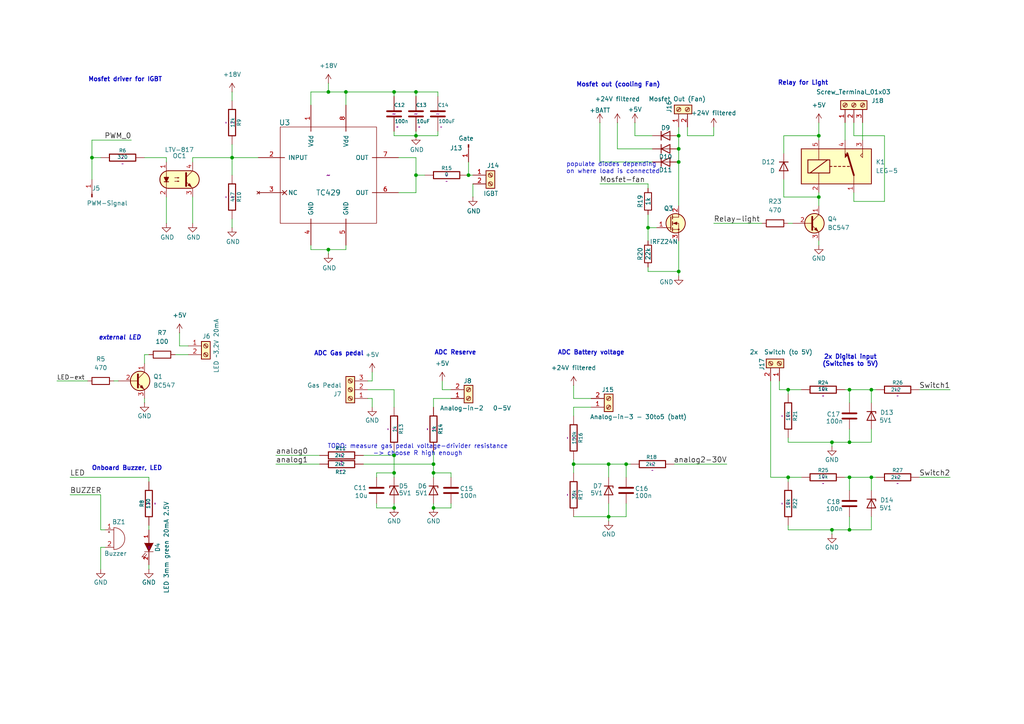
<source format=kicad_sch>
(kicad_sch (version 20231120) (generator "eeschema") (generator_version "8.0")
  (paper "A4")
  (lib_symbols
    (symbol "Connector:Conn_01x01_Pin" (pin_names (offset 1.016) hide)
      (property "Reference" "J" (at 0 2.54 0))
      (property "Value" "Conn_01x01_Pin" (at 0 -2.54 0))
      (symbol "Conn_01x01_Pin_1_1"
        (pin passive line (at 5.08 0 180) (length 3.81) (name "Pin_1") (number "1"))
      )
    )
    (symbol "Connector:Screw_Terminal_01x02" (pin_names (offset 1.016) hide)
      (property "Reference" "J" (at 0 2.54 0))
      (property "Value" "Screw_Terminal_01x02" (at 0 -5.08 0))
      (symbol "Screw_Terminal_01x02_1_1"
        (pin passive line (at -5.08 0 0) (length 3.81) (name "Pin_1") (number "1"))
        (pin passive line (at -5.08 -2.54 0) (length 3.81) (name "Pin_2") (number "2"))
      )
    )
    (symbol "Connector:Screw_Terminal_01x03" (pin_names (offset 1.016) hide)
      (property "Reference" "J" (at 0 5.08 0))
      (property "Value" "Screw_Terminal_01x03" (at 0 -5.08 0))
      (symbol "Screw_Terminal_01x03_1_1"
        (pin passive line (at -5.08 2.54 0) (length 3.81) (name "Pin_1") (number "1"))
        (pin passive line (at -5.08 0 0) (length 3.81) (name "Pin_2") (number "2"))
        (pin passive line (at -5.08 -2.54 0) (length 3.81) (name "Pin_3") (number "3"))
      )
    )
    (symbol "Device:Buzzer" (pin_names (offset 0.0254) hide)
      (property "Reference" "BZ" (at 3.81 1.27 0))
      (property "Value" "Buzzer" (at 3.81 -1.27 0))
      (symbol "Buzzer_1_1"
        (pin passive line (at -2.54 2.54 0) (length 2.54) (name "+") (number "1"))
        (pin passive line (at -2.54 -2.54 0) (length 2.54) (name "-") (number "2"))
      )
    )
    (symbol "Device:C" (pin_numbers hide) (pin_names (offset 0.254))
      (property "Reference" "C" (at 0.635 2.54 0))
      (property "Value" "C" (at 0.635 -2.54 0))
      (symbol "C_1_1"
        (pin passive line (at 0 3.81 270) (length 2.794) (name "~") (number "1"))
        (pin passive line (at 0 -3.81 90) (length 2.794) (name "~") (number "2"))
      )
    )
    (symbol "Device:D" (pin_numbers hide) (pin_names (offset 1.016) hide)
      (property "Reference" "D" (at 0 2.54 0))
      (property "Value" "D" (at 0 -2.54 0))
      (symbol "D_1_1"
        (pin passive line (at -3.81 0 0) (length 2.54) (name "K") (number "1"))
        (pin passive line (at 3.81 0 180) (length 2.54) (name "A") (number "2"))
      )
    )
    (symbol "Device:D_Zener" (pin_numbers hide) (pin_names (offset 1.016) hide)
      (property "Reference" "D" (at 0 2.54 0))
      (property "Value" "D_Zener" (at 0 -2.54 0))
      (symbol "D_Zener_1_1"
        (pin passive line (at -3.81 0 0) (length 2.54) (name "K") (number "1"))
        (pin passive line (at 3.81 0 180) (length 2.54) (name "A") (number "2"))
      )
    )
    (symbol "Device:R" (pin_numbers hide) (pin_names (offset 0))
      (property "Reference" "R" (at 2.032 0 90))
      (property "Value" "R" (at 0 0 90))
      (symbol "R_1_1"
        (pin passive line (at 0 3.81 270) (length 1.27) (name "~") (number "1"))
        (pin passive line (at 0 -3.81 90) (length 1.27) (name "~") (number "2"))
      )
    )
    (symbol "Optocoupler_AKL:LTV-817" (pin_names (offset 1.016))
      (property "Reference" "OC" (at 6.35 1.27 0))
      (property "Value" "LTV-817" (at 6.35 -1.27 0))
      (symbol "LTV-817_1_1"
        (pin passive line (at -3.81 5.08 270) (length 2.54) (name "~") (number "1"))
        (pin passive line (at -3.81 -5.08 90) (length 2.54) (name "~") (number "2"))
        (pin passive line (at 3.81 -5.08 90) (length 2.54) (name "~") (number "3"))
        (pin passive line (at 3.81 5.08 270) (length 2.54) (name "~") (number "4"))
      )
    )
    (symbol "Relay:SANYOU_SRD_Form_C"
      (property "Reference" "K" (at 11.43 3.81 0))
      (property "Value" "SANYOU_SRD_Form_C" (at 11.43 1.27 0))
      (symbol "SANYOU_SRD_Form_C_1_1"
        (pin passive line (at 5.08 -7.62 90) (length 2.54) (name "~") (number "1"))
        (pin passive line (at -5.08 -7.62 90) (length 2.54) (name "~") (number "2"))
        (pin passive line (at 7.62 7.62 270) (length 2.54) (name "~") (number "3"))
        (pin passive line (at 2.54 7.62 270) (length 2.54) (name "~") (number "4"))
        (pin passive line (at -5.08 7.62 270) (length 2.54) (name "~") (number "5"))
      )
    )
    (symbol "Transistor_BJT_AKL:BC547" (pin_names hide)
      (property "Reference" "Q" (at 5.08 1.27 0))
      (property "Value" "BC547" (at 5.08 -1.27 0))
      (symbol "BC547_1_1"
        (pin passive line (at 2.54 5.08 270) (length 2.54) (name "C") (number "1"))
        (pin input line (at -5.08 0 0) (length 5.715) (name "B") (number "2"))
        (pin passive line (at 2.54 -5.08 90) (length 2.54) (name "E") (number "3"))
      )
    )
    (symbol "Transistor_MOSFET_AKL:IRFZ24N" (pin_names hide)
      (property "Reference" "Q" (at 5.08 1.27 0))
      (property "Value" "IRFZ24N" (at 5.08 -1.27 0))
      (symbol "IRFZ24N_1_1"
        (pin input line (at -3.81 -1.27 0) (length 2.54) (name "G") (number "1"))
        (pin passive line (at 2.54 5.08 270) (length 2.54) (name "D") (number "2"))
        (pin passive line (at 2.54 -5.08 90) (length 2.54) (name "S") (number "3"))
      )
    )
    (symbol "control-rescue:LED" (pin_names (offset 1.016) hide)
      (property "Reference" "D" (at 0 2.54 0))
      (property "Value" "LED" (at 0 -2.54 0))
      (symbol "LED_1_1"
        (pin passive line (at -5.08 0 0) (length 3.81) (name "A") (number "1"))
        (pin passive line (at 5.08 0 180) (length 3.81) (name "K") (number "2"))
      )
    )
    (symbol "control-rescue:R" (pin_numbers hide) (pin_names (offset 0))
      (property "Reference" "R" (at 2.032 0 90))
      (property "Value" "R" (at 0.1778 0.0254 90))
      (symbol "R_1_1"
        (pin passive line (at 0 6.35 270) (length 2.54) (name "~") (number "1"))
        (pin passive line (at 0 -6.35 90) (length 2.54) (name "~") (number "2"))
      )
    )
    (symbol "mcp1407:MCP1407" (pin_names (offset 1.016))
      (property "Reference" "U" (at -12.7 15.24 0))
      (property "Value" "MCP1407" (at 0 -5.08 0))
      (symbol "MCP1407_1_1"
        (pin power_in line (at -5.08 20.32 270) (length 7.62) (name "Vdd") (number "1"))
        (pin input line (at -20.32 5.08 0) (length 7.62) (name "INPUT") (number "2"))
        (pin no_connect non_logic (at -20.32 -5.08 0) (length 7.62) (name "NC") (number "3"))
        (pin power_in line (at -5.08 -20.32 90) (length 7.62) (name "GND") (number "4"))
        (pin power_in line (at 5.08 -20.32 90) (length 7.62) (name "GND") (number "5"))
        (pin input line (at 20.32 -5.08 180) (length 7.62) (name "OUT") (number "6"))
        (pin input line (at 20.32 5.08 180) (length 7.62) (name "OUT") (number "7"))
        (pin power_in line (at 5.08 20.32 270) (length 7.62) (name "Vdd") (number "8"))
      )
    )
    (symbol "power:+15V" (power) (pin_numbers hide) (pin_names (offset 0) hide)
      (property "Value" "+15V" (at 0 3.556 0))
      (symbol "+15V_1_1"
        (pin power_in line (at 0 0 90) (length 0) (name "~") (number "1"))
      )
    )
    (symbol "power:+24V" (power) (pin_numbers hide) (pin_names (offset 0) hide)
      (property "Value" "+24V" (at 0 3.556 0))
      (symbol "+24V_1_1"
        (pin power_in line (at 0 0 90) (length 0) (name "~") (number "1"))
      )
    )
    (symbol "power:+5V" (power) (pin_numbers hide) (pin_names (offset 0) hide)
      (property "Value" "+5V" (at 0 3.556 0))
      (symbol "+5V_1_1"
        (pin power_in line (at 0 0 90) (length 0) (name "~") (number "1"))
      )
    )
    (symbol "power:+BATT" (power) (pin_numbers hide) (pin_names (offset 0) hide)
      (property "Value" "+BATT" (at 0 3.556 0))
      (symbol "+BATT_1_1"
        (pin power_in line (at 0 0 90) (length 0) (name "~") (number "1"))
      )
    )
    (symbol "power:GND" (power) (pin_numbers hide) (pin_names (offset 0) hide)
      (property "Value" "GND" (at 0 -3.81 0))
      (symbol "GND_1_1"
        (pin power_in line (at 0 0 270) (length 0) (name "~") (number "1"))
      )
    )
    (symbol "treiber-rescue:C" (pin_numbers hide) (pin_names (offset 0.254))
      (property "Reference" "C" (at 0 2.54 0))
      (property "Value" "C" (at 0.1524 -2.159 0))
      (symbol "C_1_1"
        (pin passive line (at 0 5.08 270) (length 4.318) (name "~") (number "1"))
        (pin passive line (at 0 -5.08 90) (length 4.318) (name "~") (number "2"))
      )
    )
    (symbol "treiber-rescue:R" (pin_numbers hide) (pin_names (offset 0))
      (property "Reference" "R" (at 2.032 0 90))
      (property "Value" "R" (at 0.1778 0.0254 90))
      (symbol "R_1_1"
        (pin passive line (at 0 6.35 270) (length 2.54) (name "~") (number "1"))
        (pin passive line (at 0 -6.35 90) (length 2.54) (name "~") (number "2"))
      )
    )
  )
  (junction (at 26.67 45.72))
  (junction (at 67.31 45.72))
  (junction (at 241.3 153.67))
  (junction (at 176.53 134.62))
  (junction (at 246.38 138.43))
  (junction (at 125.73 137.16))
  (junction (at 95.25 72.39))
  (junction (at 252.73 113.03))
  (junction (at 120.65 50.8))
  (junction (at 228.6 113.03))
  (junction (at 246.38 153.67))
  (junction (at 166.37 134.62))
  (junction (at 95.25 26.67))
  (junction (at 114.3 147.32))
  (junction (at 100.33 26.67))
  (junction (at 196.85 78.74))
  (junction (at 114.3 132.08))
  (junction (at 237.49 57.15))
  (junction (at 228.6 138.43))
  (junction (at 252.73 138.43))
  (junction (at 196.85 46.99))
  (junction (at 237.49 39.37))
  (junction (at 196.85 39.37))
  (junction (at 114.3 137.16))
  (junction (at 196.85 43.18))
  (junction (at 187.96 66.04))
  (junction (at 114.3 26.67))
  (junction (at 125.73 147.32))
  (junction (at 176.53 149.86))
  (junction (at 120.65 26.67))
  (junction (at 120.65 39.37))
  (junction (at 246.38 128.27))
  (junction (at 181.61 134.62))
  (junction (at 125.73 134.62))
  (junction (at 241.3 128.27))
  (junction (at 135.89 50.8))
  (junction (at 246.38 113.03))
  (wire (pts (xy 196.85 78.74) (xy 196.85 80.01)))
  (wire (pts (xy 228.6 153.67) (xy 241.3 153.67)))
  (wire (pts (xy 125.73 130.81) (xy 125.73 134.62)))
  (wire (pts (xy 223.52 138.43) (xy 228.6 138.43)))
  (wire (pts (xy 95.25 72.39) (xy 100.33 72.39)))
  (wire (pts (xy 90.17 71.12) (xy 90.17 72.39)))
  (wire (pts (xy 43.18 138.43) (xy 43.18 139.7)))
  (wire (pts (xy 176.53 149.86) (xy 181.61 149.86)))
  (wire (pts (xy 107.95 107.95) (xy 107.95 110.49)))
  (wire (pts (xy 237.49 35.56) (xy 237.49 39.37)))
  (wire (pts (xy 120.65 55.88) (xy 115.57 55.88)))
  (wire (pts (xy 41.91 115.57) (xy 41.91 116.84)))
  (wire (pts (xy 252.73 116.84) (xy 252.73 113.03)))
  (wire (pts (xy 29.21 158.75) (xy 30.48 158.75)))
  (wire (pts (xy 114.3 38.1) (xy 114.3 39.37)))
  (wire (pts (xy 199.39 39.37) (xy 207.01 39.37)))
  (wire (pts (xy 210.82 134.62) (xy 195.58 134.62)))
  (wire (pts (xy 26.67 40.64) (xy 26.67 45.72)))
  (wire (pts (xy 125.73 137.16) (xy 125.73 138.43)))
  (wire (pts (xy 173.99 46.99) (xy 189.23 46.99)))
  (wire (pts (xy 246.38 113.03) (xy 252.73 113.03)))
  (wire (pts (xy 227.33 52.07) (xy 227.33 57.15)))
  (wire (pts (xy 181.61 146.05) (xy 181.61 149.86)))
  (wire (pts (xy 20.32 143.51) (xy 29.21 143.51)))
  (wire (pts (xy 254 138.43) (xy 252.73 138.43)))
  (wire (pts (xy 228.6 153.67) (xy 228.6 152.4)))
  (wire (pts (xy 254 113.03) (xy 252.73 113.03)))
  (wire (pts (xy 50.8 102.87) (xy 54.61 102.87)))
  (wire (pts (xy 135.89 46.99) (xy 135.89 50.8)))
  (wire (pts (xy 55.88 45.72) (xy 55.88 46.99)))
  (wire (pts (xy 90.17 72.39) (xy 95.25 72.39)))
  (wire (pts (xy 127 38.1) (xy 127 39.37)))
  (wire (pts (xy 109.22 147.32) (xy 114.3 147.32)))
  (wire (pts (xy 95.25 26.67) (xy 100.33 26.67)))
  (wire (pts (xy 114.3 26.67) (xy 120.65 26.67)))
  (wire (pts (xy 52.07 100.33) (xy 52.07 96.52)))
  (wire (pts (xy 114.3 146.05) (xy 114.3 147.32)))
  (wire (pts (xy 179.07 35.56) (xy 179.07 43.18)))
  (wire (pts (xy 95.25 24.13) (xy 95.25 26.67)))
  (wire (pts (xy 43.18 152.4) (xy 43.18 153.67)))
  (wire (pts (xy 41.91 45.72) (xy 48.26 45.72)))
  (wire (pts (xy 109.22 146.05) (xy 109.22 147.32)))
  (wire (pts (xy 246.38 138.43) (xy 252.73 138.43)))
  (wire (pts (xy 105.41 132.08) (xy 114.3 132.08)))
  (wire (pts (xy 137.16 53.34) (xy 137.16 57.15)))
  (wire (pts (xy 266.7 113.03) (xy 275.59 113.03)))
  (wire (pts (xy 29.21 165.1) (xy 29.21 158.75)))
  (wire (pts (xy 67.31 50.8) (xy 67.31 45.72)))
  (wire (pts (xy 107.95 118.11) (xy 107.95 115.57)))
  (wire (pts (xy 114.3 132.08) (xy 114.3 137.16)))
  (wire (pts (xy 176.53 146.05) (xy 176.53 149.86)))
  (wire (pts (xy 128.27 113.03) (xy 130.81 113.03)))
  (wire (pts (xy 252.73 149.86) (xy 252.73 153.67)))
  (wire (pts (xy 246.38 142.24) (xy 246.38 138.43)))
  (wire (pts (xy 125.73 115.57) (xy 125.73 118.11)))
  (wire (pts (xy 106.68 113.03) (xy 114.3 113.03)))
  (wire (pts (xy 16.51 110.49) (xy 25.4 110.49)))
  (wire (pts (xy 237.49 57.15) (xy 237.49 59.69)))
  (wire (pts (xy 252.73 142.24) (xy 252.73 138.43)))
  (wire (pts (xy 227.33 39.37) (xy 237.49 39.37)))
  (wire (pts (xy 114.3 130.81) (xy 114.3 132.08)))
  (wire (pts (xy 228.6 113.03) (xy 228.6 114.3)))
  (wire (pts (xy 26.67 45.72) (xy 29.21 45.72)))
  (wire (pts (xy 228.6 128.27) (xy 228.6 127)))
  (wire (pts (xy 246.38 149.86) (xy 246.38 153.67)))
  (wire (pts (xy 228.6 128.27) (xy 241.3 128.27)))
  (wire (pts (xy 187.96 69.85) (xy 187.96 66.04)))
  (wire (pts (xy 187.96 53.34) (xy 187.96 54.61)))
  (wire (pts (xy 67.31 45.72) (xy 67.31 41.91)))
  (wire (pts (xy 256.54 58.42) (xy 256.54 39.37)))
  (wire (pts (xy 135.89 50.8) (xy 137.16 50.8)))
  (wire (pts (xy 237.49 55.88) (xy 237.49 57.15)))
  (wire (pts (xy 246.38 153.67) (xy 252.73 153.67)))
  (wire (pts (xy 187.96 77.47) (xy 187.96 78.74)))
  (wire (pts (xy 125.73 147.32) (xy 130.81 147.32)))
  (wire (pts (xy 176.53 151.13) (xy 176.53 149.86)))
  (wire (pts (xy 26.67 40.64) (xy 38.1 40.64)))
  (wire (pts (xy 130.81 137.16) (xy 125.73 137.16)))
  (wire (pts (xy 245.11 113.03) (xy 246.38 113.03)))
  (wire (pts (xy 187.96 78.74) (xy 196.85 78.74)))
  (wire (pts (xy 90.17 30.48) (xy 90.17 26.67)))
  (wire (pts (xy 245.11 35.56) (xy 245.11 40.64)))
  (wire (pts (xy 90.17 26.67) (xy 95.25 26.67)))
  (wire (pts (xy 166.37 115.57) (xy 166.37 111.76)))
  (wire (pts (xy 250.19 35.56) (xy 250.19 40.64)))
  (wire (pts (xy 237.49 39.37) (xy 237.49 40.64)))
  (wire (pts (xy 95.25 72.39) (xy 95.25 73.66)))
  (wire (pts (xy 196.85 39.37) (xy 196.85 43.18)))
  (wire (pts (xy 187.96 66.04) (xy 190.5 66.04)))
  (wire (pts (xy 256.54 39.37) (xy 247.65 39.37)))
  (wire (pts (xy 114.3 39.37) (xy 120.65 39.37)))
  (wire (pts (xy 166.37 118.11) (xy 166.37 120.65)))
  (wire (pts (xy 207.01 64.77) (xy 220.98 64.77)))
  (wire (pts (xy 196.85 69.85) (xy 196.85 78.74)))
  (wire (pts (xy 67.31 45.72) (xy 74.93 45.72)))
  (wire (pts (xy 114.3 137.16) (xy 114.3 138.43)))
  (wire (pts (xy 247.65 55.88) (xy 247.65 58.42)))
  (wire (pts (xy 226.06 113.03) (xy 228.6 113.03)))
  (wire (pts (xy 48.26 57.15) (xy 48.26 64.77)))
  (wire (pts (xy 246.38 124.46) (xy 246.38 128.27)))
  (wire (pts (xy 127 26.67) (xy 120.65 26.67)))
  (wire (pts (xy 125.73 134.62) (xy 125.73 137.16)))
  (wire (pts (xy 247.65 39.37) (xy 247.65 35.56)))
  (wire (pts (xy 127 27.94) (xy 127 26.67)))
  (wire (pts (xy 43.18 102.87) (xy 41.91 102.87)))
  (wire (pts (xy 120.65 45.72) (xy 120.65 50.8)))
  (wire (pts (xy 228.6 113.03) (xy 232.41 113.03)))
  (wire (pts (xy 179.07 43.18) (xy 189.23 43.18)))
  (wire (pts (xy 120.65 27.94) (xy 120.65 26.67)))
  (wire (pts (xy 241.3 129.54) (xy 241.3 128.27)))
  (wire (pts (xy 55.88 57.15) (xy 55.88 64.77)))
  (wire (pts (xy 29.21 153.67) (xy 30.48 153.67)))
  (wire (pts (xy 171.45 115.57) (xy 166.37 115.57)))
  (wire (pts (xy 105.41 134.62) (xy 125.73 134.62)))
  (wire (pts (xy 182.88 134.62) (xy 181.61 134.62)))
  (wire (pts (xy 67.31 29.21) (xy 67.31 26.67)))
  (wire (pts (xy 109.22 137.16) (xy 114.3 137.16)))
  (wire (pts (xy 196.85 46.99) (xy 196.85 59.69)))
  (wire (pts (xy 33.02 110.49) (xy 34.29 110.49)))
  (wire (pts (xy 196.85 36.83) (xy 196.85 39.37)))
  (wire (pts (xy 196.85 43.18) (xy 196.85 46.99)))
  (wire (pts (xy 241.3 128.27) (xy 246.38 128.27)))
  (wire (pts (xy 166.37 133.35) (xy 166.37 134.62)))
  (wire (pts (xy 252.73 124.46) (xy 252.73 128.27)))
  (wire (pts (xy 114.3 113.03) (xy 114.3 118.11)))
  (wire (pts (xy 120.65 50.8) (xy 120.65 55.88)))
  (wire (pts (xy 227.33 57.15) (xy 237.49 57.15)))
  (wire (pts (xy 125.73 146.05) (xy 125.73 147.32)))
  (wire (pts (xy 120.65 45.72) (xy 115.57 45.72)))
  (wire (pts (xy 29.21 143.51) (xy 29.21 153.67)))
  (wire (pts (xy 237.49 69.85) (xy 237.49 71.12)))
  (wire (pts (xy 228.6 64.77) (xy 229.87 64.77)))
  (wire (pts (xy 241.3 154.94) (xy 241.3 153.67)))
  (wire (pts (xy 176.53 138.43) (xy 176.53 134.62)))
  (wire (pts (xy 80.01 132.08) (xy 92.71 132.08)))
  (wire (pts (xy 246.38 116.84) (xy 246.38 113.03)))
  (wire (pts (xy 20.32 138.43) (xy 43.18 138.43)))
  (wire (pts (xy 207.01 39.37) (xy 207.01 36.83)))
  (wire (pts (xy 127 39.37) (xy 120.65 39.37)))
  (wire (pts (xy 26.67 52.07) (xy 26.67 45.72)))
  (wire (pts (xy 166.37 149.86) (xy 176.53 149.86)))
  (wire (pts (xy 100.33 26.67) (xy 100.33 30.48)))
  (wire (pts (xy 109.22 138.43) (xy 109.22 137.16)))
  (wire (pts (xy 223.52 110.49) (xy 223.52 138.43)))
  (wire (pts (xy 125.73 115.57) (xy 130.81 115.57)))
  (wire (pts (xy 123.19 50.8) (xy 120.65 50.8)))
  (wire (pts (xy 184.15 39.37) (xy 184.15 35.56)))
  (wire (pts (xy 41.91 102.87) (xy 41.91 105.41)))
  (wire (pts (xy 199.39 36.83) (xy 199.39 39.37)))
  (wire (pts (xy 120.65 38.1) (xy 120.65 39.37)))
  (wire (pts (xy 189.23 39.37) (xy 184.15 39.37)))
  (wire (pts (xy 173.99 53.34) (xy 187.96 53.34)))
  (wire (pts (xy 226.06 110.49) (xy 226.06 113.03)))
  (wire (pts (xy 181.61 138.43) (xy 181.61 134.62)))
  (wire (pts (xy 246.38 128.27) (xy 252.73 128.27)))
  (wire (pts (xy 241.3 153.67) (xy 246.38 153.67)))
  (wire (pts (xy 128.27 110.49) (xy 128.27 113.03)))
  (wire (pts (xy 107.95 115.57) (xy 106.68 115.57)))
  (wire (pts (xy 100.33 26.67) (xy 114.3 26.67)))
  (wire (pts (xy 55.88 45.72) (xy 67.31 45.72)))
  (wire (pts (xy 114.3 26.67) (xy 114.3 27.94)))
  (wire (pts (xy 166.37 118.11) (xy 171.45 118.11)))
  (wire (pts (xy 48.26 46.99) (xy 48.26 45.72)))
  (wire (pts (xy 266.7 138.43) (xy 275.59 138.43)))
  (wire (pts (xy 52.07 100.33) (xy 54.61 100.33)))
  (wire (pts (xy 245.11 138.43) (xy 246.38 138.43)))
  (wire (pts (xy 80.01 134.62) (xy 92.71 134.62)))
  (wire (pts (xy 228.6 138.43) (xy 232.41 138.43)))
  (wire (pts (xy 130.81 146.05) (xy 130.81 147.32)))
  (wire (pts (xy 176.53 134.62) (xy 166.37 134.62)))
  (wire (pts (xy 130.81 138.43) (xy 130.81 137.16)))
  (wire (pts (xy 228.6 138.43) (xy 228.6 139.7)))
  (wire (pts (xy 247.65 58.42) (xy 256.54 58.42)))
  (wire (pts (xy 107.95 110.49) (xy 106.68 110.49)))
  (wire (pts (xy 43.18 163.83) (xy 43.18 165.1)))
  (wire (pts (xy 181.61 134.62) (xy 176.53 134.62)))
  (wire (pts (xy 227.33 44.45) (xy 227.33 39.37)))
  (wire (pts (xy 100.33 72.39) (xy 100.33 71.12)))
  (wire (pts (xy 67.31 63.5) (xy 67.31 66.04)))
  (wire (pts (xy 166.37 134.62) (xy 166.37 137.16)))
  (wire (pts (xy 173.99 35.56) (xy 173.99 46.99)))
  (wire (pts (xy 187.96 62.23) (xy 187.96 66.04)))
  (text "Mosfet out (cooling Fan)" (at 179.324 24.638 0) (effects (font (size 1.27 1.27) (thickness 0.254) (bold yes))))
  (text "populate diodes depending \non where load is connected" (at 177.8 48.768 0) (effects (font (size 1.27 1.27))))
  (text "ADC Gas pedal" (at 98.298 102.616 0) (effects (font (size 1.27 1.27) (thickness 0.254) (bold yes))))
  (text "ADC Reserve" (at 132.08 102.362 0) (effects (font (size 1.27 1.27) (thickness 0.254) (bold yes))))
  (text "Relay for Light" (at 232.918 24.13 0) (effects (font (size 1.27 1.27) (thickness 0.254) (bold yes))))
  (text "external LED" (at 34.798 98.044 0) (effects (font (size 1.27 1.27) (thickness 0.254) (bold yes) (italic yes))))
  (text "Mosfet driver for IGBT" (at 36.322 23.114 0) (effects (font (size 1.27 1.27) (thickness 0.254) (bold yes))))
  (text "2x Digital input\n(Switches to 5V)" (at 246.634 104.648 0) (effects (font (size 1.27 1.27) (thickness 0.254) (bold yes))))
  (text "ADC Battery voltage" (at 171.45 102.362 0) (effects (font (size 1.27 1.27) (thickness 0.254) (bold yes))))
  (text "Onboard Buzzer, LED" (at 36.83 135.89 0) (effects (font (size 1.27 1.27) (thickness 0.254) (bold yes))))
  (text "TODO: measure gas pedal voltage-drivider resistance\n-> choose R high enough" (at 121.158 130.556 0) (effects (font (size 1.27 1.27))))
  (label "LED" (at 20.32 138.43 0) (effects (font (size 1.524 1.524))))
  (label "Switch2" (at 275.59 138.43 180) (effects (font (size 1.524 1.524))))
  (label "Relay-light" (at 207.01 64.77 0) (effects (font (size 1.524 1.524))))
  (label "PWM_0" (at 38.1 40.64 180) (effects (font (size 1.524 1.524))))
  (label "analog2-30V" (at 210.82 134.62 180) (effects (font (size 1.524 1.524))))
  (label "analog1" (at 80.01 134.62 0) (effects (font (size 1.524 1.524))))
  (label "analog0" (at 80.01 132.08 0) (effects (font (size 1.524 1.524))))
  (label "Mosfet-fan" (at 173.99 53.34 0) (effects (font (size 1.524 1.524))))
  (label "BUZZER" (at 20.32 143.51 0) (effects (font (size 1.524 1.524))))
  (label "Switch1" (at 275.59 113.03 180) (effects (font (size 1.524 1.524))))
  (label "LED-ext" (at 16.51 110.49 0))
  (symbol (lib_id "Device:R") (at 224.79 64.77 90) (unit 1)
    (property "Reference" "R23" (at 224.79 58.42 90))
    (property "Value" "470" (at 224.79 60.96 90))
    (property "Description" "Resistor" (effects (hide yes)))
  )
  (symbol (lib_id "power:+BATT") (at 173.99 35.56 0) (unit 1)
    (property "Reference" "#PWR046" (effects (hide yes)))
    (property "Value" "+BATT" (at 173.99 32.004 0))
    (property "Description" "Power symbol creates a global label with name \"+BATT\"" (effects (hide yes)))
  )
  (symbol (lib_id "Connector:Screw_Terminal_01x03") (at 101.6 113.03 180) (unit 1)
    (property "Reference" "J7" (at 99.06 114.3001 0) (effects (justify left)))
    (property "Value" "Gas Pedal" (at 99.06 111.7601 0) (effects (justify left)))
    (property "Description" "Generic screw terminal, single row, 01x03, script generated (kicad-library-utils/schlib/autogen/connector/)" (effects (hide yes)))
  )
  (symbol (lib_id "power:+5V") (at 128.27 110.49 0) (unit 1)
    (property "Reference" "#PWR042" (effects (hide yes)))
    (property "Value" "+5V" (at 128.27 105.41 0))
    (property "Description" "Power symbol creates a global label with name \"+5V\"" (effects (hide yes)))
  )
  (symbol (lib_id "Connector:Screw_Terminal_01x02") (at 135.89 115.57 0) (mirror x) (unit 1)
    (property "Reference" "J8" (at 135.636 110.49 0))
    (property "Value" "Analog-in-2   0-5V" (at 137.922 118.364 0))
    (property "Description" "Generic screw terminal, single row, 01x02, script generated (kicad-library-utils/schlib/autogen/connector/)" (effects (hide yes)))
  )
  (symbol (lib_id "Device:D") (at 193.04 43.18 0) (unit 1)
    (property "Reference" "D10" (at 193.04 45.466 0))
    (property "Value" "D" (effects (hide yes)))
    (property "Description" "Diode" (effects (hide yes)))
    (property "Sim.Device" "D" (effects (hide yes)))
    (property "Sim.Pins" "1=K 2=A" (effects (hide yes)))
  )
  (symbol (lib_id "control-rescue:R") (at 114.3 124.46 0) (unit 1)
    (property "Reference" "R13" (at 116.332 124.46 90) (effects (font (size 1.016 1.016))))
    (property "Value" "1k" (at 114.4778 124.4346 90) (effects (font (size 1.016 1.016))))
    (property "Footprint" "~" (at 112.522 124.46 90) (effects (font (size 0.762 0.762))))
    (property "Datasheet" "~" (at 114.3 124.46 0) (effects (font (size 0.762 0.762))))
  )
  (symbol (lib_id "Device:D_Zener") (at 125.73 142.24 270) (unit 1)
    (property "Reference" "D6" (at 121.158 140.97 90) (effects (justify left)))
    (property "Value" "5V1" (at 120.396 143.002 90) (effects (justify left)))
    (property "Description" "Zener diode" (effects (hide yes)))
  )
  (symbol (lib_id "power:GND") (at 237.49 71.12 0) (unit 1)
    (property "Reference" "#PWR060" (effects (hide yes)))
    (property "Value" "GND" (at 237.49 74.93 0))
    (property "Description" "Power symbol creates a global label with name \"GND\" , ground" (effects (hide yes)))
  )
  (symbol (lib_id "power:+5V") (at 52.07 96.52 0) (unit 1)
    (property "Reference" "#PWR031" (effects (hide yes)))
    (property "Value" "+5V" (at 52.07 91.44 0))
    (property "Description" "Power symbol creates a global label with name \"+5V\"" (effects (hide yes)))
  )
  (symbol (lib_id "power:GND") (at 29.21 165.1 0) (unit 1)
    (property "Reference" "#PWR027" (effects (hide yes)))
    (property "Value" "GND" (at 29.21 168.91 0))
    (property "Description" "Power symbol creates a global label with name \"GND\" , ground" (effects (hide yes)))
  )
  (symbol (lib_id "control-rescue:R") (at 260.35 138.43 90) (unit 1)
    (property "Reference" "R27" (at 260.35 136.398 90) (effects (font (size 1.016 1.016))))
    (property "Value" "2k2" (at 259.842 138.43 90) (effects (font (size 1.016 1.016))))
    (property "Footprint" "~" (at 260.35 140.208 90) (effects (font (size 0.762 0.762))))
    (property "Datasheet" "~" (at 260.35 138.43 0) (effects (font (size 0.762 0.762))))
  )
  (symbol (lib_id "Device:D") (at 193.04 46.99 0) (unit 1)
    (property "Reference" "D11" (at 193.04 49.276 0))
    (property "Value" "D" (effects (hide yes)))
    (property "Description" "Diode" (effects (hide yes)))
    (property "Sim.Device" "D" (effects (hide yes)))
    (property "Sim.Pins" "1=K 2=A" (effects (hide yes)))
  )
  (symbol (lib_id "power:GND") (at 41.91 116.84 0) (unit 1)
    (property "Reference" "#PWR028" (effects (hide yes)))
    (property "Value" "GND" (at 41.91 120.65 0))
    (property "Description" "Power symbol creates a global label with name \"GND\" , ground" (effects (hide yes)))
  )
  (symbol (lib_id "power:GND") (at 107.95 118.11 0) (unit 1)
    (property "Reference" "#PWR038" (effects (hide yes)))
    (property "Value" "GND" (at 107.95 121.92 0))
    (property "Description" "Power symbol creates a global label with name \"GND\" , ground" (effects (hide yes)))
  )
  (symbol (lib_id "power:+24V") (at 207.01 36.83 0) (unit 1)
    (property "Reference" "#PWR056" (effects (hide yes)))
    (property "Value" "+24V filtered" (at 207.01 32.766 0))
    (property "Description" "Power symbol creates a global label with name \"+24V\"" (effects (hide yes)))
  )
  (symbol (lib_id "control-rescue:R") (at 166.37 127 0) (unit 1)
    (property "Reference" "R16" (at 168.402 127 90) (effects (font (size 1.016 1.016))))
    (property "Value" "150k" (at 166.5478 126.9746 90) (effects (font (size 1.016 1.016))))
    (property "Footprint" "~" (at 164.592 127 90) (effects (font (size 0.762 0.762))))
    (property "Datasheet" "~" (at 166.37 127 0) (effects (font (size 0.762 0.762))))
  )
  (symbol (lib_id "treiber-rescue:R") (at 67.31 35.56 0) (unit 1)
    (property "Reference" "R9" (at 69.342 35.56 90) (effects (font (size 1.016 1.016))))
    (property "Value" "12k" (at 67.4878 35.5346 90) (effects (font (size 1.016 1.016))))
    (property "Footprint" "~" (at 65.532 35.56 90) (effects (font (size 0.762 0.762))))
    (property "Datasheet" "~" (at 67.31 35.56 0) (effects (font (size 0.762 0.762))))
  )
  (symbol (lib_id "control-rescue:R") (at 228.6 146.05 0) (unit 1)
    (property "Reference" "R22" (at 230.632 146.05 90) (effects (font (size 1.016 1.016))))
    (property "Value" "10k" (at 228.6 146.05 90) (effects (font (size 1.016 1.016))))
    (property "Footprint" "~" (at 226.822 146.05 90) (effects (font (size 0.762 0.762))))
    (property "Datasheet" "~" (at 228.6 146.05 0) (effects (font (size 0.762 0.762))))
  )
  (symbol (lib_id "power:GND") (at 114.3 147.32 0) (unit 1)
    (property "Reference" "#PWR039" (effects (hide yes)))
    (property "Value" "GND" (at 114.3 151.13 0))
    (property "Description" "Power symbol creates a global label with name \"GND\" , ground" (effects (hide yes)))
  )
  (symbol (lib_id "treiber-rescue:R") (at 129.54 50.8 90) (unit 1)
    (property "Reference" "R15" (at 129.54 48.768 90) (effects (font (size 1.016 1.016))))
    (property "Value" "0" (at 129.5146 50.6222 90) (effects (font (size 1.016 1.016))))
    (property "Footprint" "~" (at 129.54 52.578 90) (effects (font (size 0.762 0.762))))
    (property "Datasheet" "~" (at 129.54 50.8 0) (effects (font (size 0.762 0.762))))
  )
  (symbol (lib_id "power:+24V") (at 179.07 35.56 0) (unit 1)
    (property "Reference" "#PWR047" (effects (hide yes)))
    (property "Value" "+24V filtered" (at 179.07 28.702 0))
    (property "Description" "Power symbol creates a global label with name \"+24V\"" (effects (hide yes)))
  )
  (symbol (lib_id "Device:C") (at 246.38 146.05 0) (unit 1)
    (property "Reference" "C18" (at 239.776 145.542 0) (effects (justify left)))
    (property "Value" "100n" (at 239.522 147.574 0) (effects (justify left)))
    (property "Description" "Unpolarized capacitor" (effects (hide yes)))
  )
  (symbol (lib_id "Connector:Screw_Terminal_01x03") (at 247.65 30.48 90) (unit 1)
    (property "Reference" "J18" (at 252.73 29.2099 90) (effects (justify right)))
    (property "Value" "Screw_Terminal_01x03" (at 236.728 26.67 90) (effects (justify right)))
    (property "Description" "Generic screw terminal, single row, 01x03, script generated (kicad-library-utils/schlib/autogen/connector/)" (effects (hide yes)))
  )
  (symbol (lib_id "Device:C") (at 130.81 142.24 0) (unit 1)
    (property "Reference" "C15" (at 133.35 141.732 0) (effects (justify left)))
    (property "Value" "100n" (at 133.35 143.764 0) (effects (justify left)))
    (property "Description" "Unpolarized capacitor" (effects (hide yes)))
  )
  (symbol (lib_id "power:GND") (at 67.31 66.04 0) (mirror y) (unit 1)
    (property "Reference" "#PWR034" (effects (hide yes)))
    (property "Value" "GND" (at 67.564 70.104 0))
    (property "Description" "Power symbol creates a global label with name \"GND\" , ground" (effects (hide yes)))
  )
  (symbol (lib_id "Optocoupler_AKL:LTV-817") (at 52.07 52.07 0) (unit 1)
    (property "Reference" "OC1" (at 50.038 45.212 0) (effects (justify left)))
    (property "Value" "LTV-817" (at 47.752 43.434 0) (effects (justify left)))
    (property "Footprint" "Package_DIP_AKL:DIP-4_W7.62mm_LongPads" (effects (hide yes)))
    (property "Datasheet" "https://www.tme.eu/Document/a61fa6281e0999c0269f179efa854202/LTV-817S-TA1.pdf" (effects (hide yes)))
    (property "Description" "DIP-4 Optocoupler, Transistor output, 5kV, 4us, Alternate KiCAD Library" (effects (hide yes)))
  )
  (symbol (lib_id "power:+15V") (at 95.25 24.13 0) (unit 1)
    (property "Reference" "#PWR035" (effects (hide yes)))
    (property "Value" "+18V" (at 95.25 19.05 0))
    (property "Description" "Power symbol creates a global label with name \"+15V\"" (effects (hide yes)))
  )
  (symbol (lib_id "Transistor_MOSFET_AKL:IRFZ24N") (at 194.31 64.77 0) (unit 1)
    (property "Reference" "Q3" (at 192.532 60.452 0) (effects (justify left)))
    (property "Value" "IRFZ24N" (at 188.468 70.104 0) (effects (justify left)))
    (property "Footprint" "Package_TO_SOT_THT_AKL:TO-220-3_Vertical_GDS" (effects (hide yes)))
    (property "Datasheet" "https://www.tme.eu/Document/708bb7de8d9f73b1c184ece53b45defc/irfz24n.pdf" (effects (hide yes)))
    (property "Description" "TO-220 N-MOSFET enchancement mode transistor, 55V, 17A, 45W, Alternate KiCAD Library" (effects (hide yes)))
  )
  (symbol (lib_id "Connector:Screw_Terminal_01x02") (at 176.53 118.11 0) (mirror x) (unit 1)
    (property "Reference" "J15" (at 176.276 113.03 0))
    (property "Value" "Analog-in-3 - 30to5 (batt)" (at 185.166 120.904 0))
    (property "Description" "Generic screw terminal, single row, 01x02, script generated (kicad-library-utils/schlib/autogen/connector/)" (effects (hide yes)))
  )
  (symbol (lib_id "Device:D") (at 193.04 39.37 0) (unit 1)
    (property "Reference" "D9" (at 193.04 37.084 0))
    (property "Value" "D" (effects (hide yes)))
    (property "Description" "Diode" (effects (hide yes)))
    (property "Sim.Device" "D" (effects (hide yes)))
    (property "Sim.Pins" "1=K 2=A" (effects (hide yes)))
  )
  (symbol (lib_id "power:+24V") (at 166.37 111.76 0) (unit 1)
    (property "Reference" "#PWR044" (effects (hide yes)))
    (property "Value" "+24V filtered" (at 166.37 106.68 0))
    (property "Description" "Power symbol creates a global label with name \"+24V\"" (effects (hide yes)))
  )
  (symbol (lib_id "control-rescue:R") (at 189.23 134.62 90) (unit 1)
    (property "Reference" "R18" (at 188.976 132.588 90) (effects (font (size 1.016 1.016))))
    (property "Value" "2k2" (at 188.722 134.62 90) (effects (font (size 1.016 1.016))))
    (property "Footprint" "~" (at 189.23 136.398 90) (effects (font (size 0.762 0.762))))
    (property "Datasheet" "~" (at 189.23 134.62 0) (effects (font (size 0.762 0.762))))
  )
  (symbol (lib_id "power:GND") (at 55.88 64.77 0) (mirror y) (unit 1)
    (property "Reference" "#PWR032" (effects (hide yes)))
    (property "Value" "GND" (at 56.134 68.834 0))
    (property "Description" "Power symbol creates a global label with name \"GND\" , ground" (effects (hide yes)))
  )
  (symbol (lib_id "power:GND") (at 241.3 129.54 0) (unit 1)
    (property "Reference" "#PWR057" (effects (hide yes)))
    (property "Value" "GND" (at 241.3 133.35 0))
    (property "Description" "Power symbol creates a global label with name \"GND\" , ground" (effects (hide yes)))
  )
  (symbol (lib_id "treiber-rescue:R") (at 35.56 45.72 90) (unit 1)
    (property "Reference" "R6" (at 35.56 43.688 90) (effects (font (size 1.016 1.016))))
    (property "Value" "320" (at 35.5346 45.5422 90) (effects (font (size 1.016 1.016))))
    (property "Footprint" "~" (at 35.56 47.498 90) (effects (font (size 0.762 0.762))))
    (property "Datasheet" "~" (at 35.56 45.72 0) (effects (font (size 0.762 0.762))))
  )
  (symbol (lib_id "mcp1407:MCP1407") (at 95.25 50.8 0) (unit 1)
    (property "Reference" "U3" (at 82.55 35.56 0) (effects (font (size 1.524 1.524))))
    (property "Value" "TC429" (at 95.25 55.88 0) (effects (font (size 1.524 1.524))))
    (property "Footprint" "~" (at 95.25 50.8 0) (effects (font (size 1.524 1.524))))
    (property "Datasheet" "~" (at 95.25 50.8 0) (effects (font (size 1.524 1.524))))
  )
  (symbol (lib_id "Connector:Conn_01x01_Pin") (at 135.89 41.91 270) (unit 1)
    (property "Reference" "J13" (at 134.112 42.926 90) (effects (justify right)))
    (property "Value" "Gate" (at 137.414 40.132 90) (effects (justify right)))
    (property "Description" "Generic connector, single row, 01x01, script generated" (effects (hide yes)))
  )
  (symbol (lib_id "Device:D") (at 227.33 48.26 90) (mirror x) (unit 1)
    (property "Reference" "D12" (at 224.79 46.9899 90) (effects (justify left)))
    (property "Value" "D" (at 224.79 49.5299 90) (effects (justify left)))
    (property "Description" "Diode" (effects (hide yes)))
    (property "Sim.Device" "D" (effects (hide yes)))
    (property "Sim.Pins" "1=K 2=A" (effects (hide yes)))
  )
  (symbol (lib_id "control-rescue:R") (at 43.18 146.05 180) (unit 1)
    (property "Reference" "R8" (at 41.148 146.05 90) (effects (font (size 1.016 1.016))))
    (property "Value" "130" (at 43.0022 146.0754 90) (effects (font (size 1.016 1.016))))
    (property "Footprint" "~" (at 44.958 146.05 90) (effects (font (size 0.762 0.762))))
    (property "Datasheet" "~" (at 43.18 146.05 0) (effects (font (size 0.762 0.762))))
  )
  (symbol (lib_id "control-rescue:R") (at 99.06 134.62 90) (unit 1)
    (property "Reference" "R12" (at 98.806 136.906 90) (effects (font (size 1.016 1.016))))
    (property "Value" "2k2" (at 98.552 134.62 90) (effects (font (size 1.016 1.016))))
    (property "Footprint" "~" (at 99.06 136.398 90) (effects (font (size 0.762 0.762))))
    (property "Datasheet" "~" (at 99.06 134.62 0) (effects (font (size 0.762 0.762))))
  )
  (symbol (lib_id "treiber-rescue:C") (at 120.65 33.02 0) (unit 1)
    (property "Reference" "C13" (at 120.65 30.48 0) (effects (font (size 1.016 1.016)) (justify left)))
    (property "Value" "10uF" (at 120.8024 35.179 0) (effects (font (size 1.016 1.016)) (justify left)))
    (property "Footprint" "~" (at 121.6152 36.83 0) (effects (font (size 0.762 0.762))))
    (property "Datasheet" "~" (at 120.65 33.02 0) (effects (font (size 1.524 1.524))))
  )
  (symbol (lib_id "Device:Buzzer") (at 33.02 156.21 0) (unit 1)
    (property "Reference" "BZ1" (at 32.512 151.384 0) (effects (justify left)))
    (property "Value" "Buzzer" (at 30.226 160.528 0) (effects (justify left)))
    (property "Description" "Buzzer, polarized" (effects (hide yes)))
  )
  (symbol (lib_id "Connector:Screw_Terminal_01x02") (at 142.24 50.8 0) (unit 1)
    (property "Reference" "J14" (at 141.224 48.006 0) (effects (justify left)))
    (property "Value" "IGBT" (at 140.208 56.134 0) (effects (justify left)))
    (property "Description" "Generic screw terminal, single row, 01x02, script generated (kicad-library-utils/schlib/autogen/connector/)" (effects (hide yes)))
  )
  (symbol (lib_id "Device:C") (at 109.22 142.24 0) (mirror y) (unit 1)
    (property "Reference" "C11" (at 106.426 141.478 0) (effects (justify left)))
    (property "Value" "10u" (at 106.68 143.764 0) (effects (justify left)))
    (property "Description" "Unpolarized capacitor" (effects (hide yes)))
  )
  (symbol (lib_id "control-rescue:R") (at 238.76 138.43 90) (unit 1)
    (property "Reference" "R25" (at 238.76 136.398 90) (effects (font (size 1.016 1.016))))
    (property "Value" "10k" (at 238.7346 138.2522 90) (effects (font (size 1.016 1.016))))
    (property "Footprint" "~" (at 238.76 140.208 90) (effects (font (size 0.762 0.762))))
    (property "Datasheet" "~" (at 238.76 138.43 0) (effects (font (size 0.762 0.762))))
  )
  (symbol (lib_id "control-rescue:R") (at 238.76 113.03 90) (unit 1)
    (property "Reference" "R24" (at 238.76 110.998 90) (effects (font (size 1.016 1.016))))
    (property "Value" "10k" (at 238.7346 112.8522 90) (effects (font (size 1.016 1.016))))
    (property "Footprint" "~" (at 238.76 114.808 90) (effects (font (size 0.762 0.762))))
    (property "Datasheet" "~" (at 238.76 113.03 0) (effects (font (size 0.762 0.762))))
  )
  (symbol (lib_id "power:+5V") (at 107.95 107.95 0) (unit 1)
    (property "Reference" "#PWR037" (effects (hide yes)))
    (property "Value" "+5V" (at 107.95 102.87 0))
    (property "Description" "Power symbol creates a global label with name \"+5V\"" (effects (hide yes)))
  )
  (symbol (lib_id "Device:R") (at 29.21 110.49 90) (unit 1)
    (property "Reference" "R5" (at 29.21 104.14 90))
    (property "Value" "470" (at 29.21 106.68 90))
    (property "Description" "Resistor" (effects (hide yes)))
  )
  (symbol (lib_id "Device:C") (at 181.61 142.24 0) (unit 1)
    (property "Reference" "C16" (at 184.15 141.732 0) (effects (justify left)))
    (property "Value" "100n" (at 184.15 143.764 0) (effects (justify left)))
    (property "Description" "Unpolarized capacitor" (effects (hide yes)))
  )
  (symbol (lib_id "Device:R") (at 187.96 73.66 180) (unit 1)
    (property "Reference" "R20" (at 185.674 73.66 90))
    (property "Value" "22k" (at 187.96 73.66 90))
    (property "Description" "Resistor" (effects (hide yes)))
  )
  (symbol (lib_id "Device:R") (at 187.96 58.42 180) (unit 1)
    (property "Reference" "R19" (at 185.674 58.42 90))
    (property "Value" "1k" (at 187.96 58.42 90))
    (property "Description" "Resistor" (effects (hide yes)))
  )
  (symbol (lib_id "Device:R") (at 46.99 102.87 270) (unit 1)
    (property "Reference" "R7" (at 46.99 96.52 90))
    (property "Value" "100" (at 46.99 99.06 90))
    (property "Description" "Resistor" (effects (hide yes)))
  )
  (symbol (lib_id "Connector:Screw_Terminal_01x02") (at 226.06 105.41 270) (mirror x) (unit 1)
    (property "Reference" "J17" (at 220.98 105.664 0))
    (property "Value" "2x  Switch (to 5V)" (at 226.568 102.108 90))
    (property "Description" "Generic screw terminal, single row, 01x02, script generated (kicad-library-utils/schlib/autogen/connector/)" (effects (hide yes)))
  )
  (symbol (lib_id "treiber-rescue:C") (at 127 33.02 0) (unit 1)
    (property "Reference" "C14" (at 127 30.48 0) (effects (font (size 1.016 1.016)) (justify left)))
    (property "Value" "100uF" (at 127.1524 35.179 0) (effects (font (size 1.016 1.016)) (justify left)))
    (property "Footprint" "~" (at 127.9652 36.83 0) (effects (font (size 0.762 0.762))))
    (property "Datasheet" "~" (at 127 33.02 0) (effects (font (size 1.524 1.524))))
  )
  (symbol (lib_id "treiber-rescue:R") (at 67.31 57.15 0) (unit 1)
    (property "Reference" "R10" (at 69.342 57.15 90) (effects (font (size 1.016 1.016))))
    (property "Value" "4k7" (at 67.4878 57.1246 90) (effects (font (size 1.016 1.016))))
    (property "Footprint" "~" (at 65.532 57.15 90) (effects (font (size 0.762 0.762))))
    (property "Datasheet" "~" (at 67.31 57.15 0) (effects (font (size 0.762 0.762))))
  )
  (symbol (lib_id "power:GND") (at 176.53 151.13 0) (unit 1)
    (property "Reference" "#PWR045" (effects (hide yes)))
    (property "Value" "GND" (at 176.53 154.94 0))
    (property "Description" "Power symbol creates a global label with name \"GND\" , ground" (effects (hide yes)))
  )
  (symbol (lib_id "control-rescue:R") (at 260.35 113.03 90) (unit 1)
    (property "Reference" "R26" (at 260.35 110.998 90) (effects (font (size 1.016 1.016))))
    (property "Value" "2k2" (at 259.842 113.03 90) (effects (font (size 1.016 1.016))))
    (property "Footprint" "~" (at 260.35 114.808 90) (effects (font (size 0.762 0.762))))
    (property "Datasheet" "~" (at 260.35 113.03 0) (effects (font (size 0.762 0.762))))
  )
  (symbol (lib_id "power:GND") (at 137.16 57.15 0) (mirror y) (unit 1)
    (property "Reference" "#PWR043" (effects (hide yes)))
    (property "Value" "GND" (at 137.414 61.214 0))
    (property "Description" "Power symbol creates a global label with name \"GND\" , ground" (effects (hide yes)))
  )
  (symbol (lib_id "Device:D_Zener") (at 252.73 120.65 270) (unit 1)
    (property "Reference" "D13" (at 255.27 119.634 90) (effects (justify left)))
    (property "Value" "5V1" (at 255.016 121.92 90) (effects (justify left)))
    (property "Description" "Zener diode" (effects (hide yes)))
  )
  (symbol (lib_id "control-rescue:LED") (at 43.18 158.75 270) (unit 1)
    (property "Reference" "D4" (at 45.72 158.75 0))
    (property "Value" "LED 3mm green 20mA 2.5V" (at 48.26 158.75 0))
    (property "Footprint" "~" (at 43.18 158.75 0) (effects (font (size 1.524 1.524))))
    (property "Datasheet" "~" (at 43.18 158.75 0) (effects (font (size 1.524 1.524))))
  )
  (symbol (lib_id "power:+15V") (at 67.31 26.67 0) (unit 1)
    (property "Reference" "#PWR033" (effects (hide yes)))
    (property "Value" "+18V" (at 67.31 21.59 0))
    (property "Description" "Power symbol creates a global label with name \"+15V\"" (effects (hide yes)))
  )
  (symbol (lib_id "Device:C") (at 246.38 120.65 0) (unit 1)
    (property "Reference" "C17" (at 239.776 120.142 0) (effects (justify left)))
    (property "Value" "100n" (at 239.522 122.174 0) (effects (justify left)))
    (property "Description" "Unpolarized capacitor" (effects (hide yes)))
  )
  (symbol (lib_id "control-rescue:R") (at 99.06 132.08 90) (unit 1)
    (property "Reference" "R11" (at 98.806 130.048 90) (effects (font (size 1.016 1.016))))
    (property "Value" "2k2" (at 98.552 132.08 90) (effects (font (size 1.016 1.016))))
    (property "Footprint" "~" (at 99.06 133.858 90) (effects (font (size 0.762 0.762))))
    (property "Datasheet" "~" (at 99.06 132.08 0) (effects (font (size 0.762 0.762))))
  )
  (symbol (lib_id "power:+5V") (at 184.15 35.56 0) (unit 1)
    (property "Reference" "#PWR048" (effects (hide yes)))
    (property "Value" "+5V" (at 184.15 31.75 0))
    (property "Description" "Power symbol creates a global label with name \"+5V\"" (effects (hide yes)))
  )
  (symbol (lib_id "control-rescue:R") (at 125.73 124.46 0) (unit 1)
    (property "Reference" "R14" (at 127.762 124.46 90) (effects (font (size 1.016 1.016))))
    (property "Value" "1k" (at 125.9078 124.4346 90) (effects (font (size 1.016 1.016))))
    (property "Footprint" "~" (at 123.952 124.46 90) (effects (font (size 0.762 0.762))))
    (property "Datasheet" "~" (at 125.73 124.46 0) (effects (font (size 0.762 0.762))))
  )
  (symbol (lib_id "Device:D_Zener") (at 252.73 146.05 270) (unit 1)
    (property "Reference" "D14" (at 255.27 145.034 90) (effects (justify left)))
    (property "Value" "5V1" (at 255.016 147.32 90) (effects (justify left)))
    (property "Description" "Zener diode" (effects (hide yes)))
  )
  (symbol (lib_id "power:GND") (at 196.85 80.01 0) (mirror y) (unit 1)
    (property "Reference" "#PWR055" (effects (hide yes)))
    (property "Value" "GND" (at 193.294 81.788 0))
    (property "Description" "Power symbol creates a global label with name \"GND\" , ground" (effects (hide yes)))
  )
  (symbol (lib_id "Transistor_BJT_AKL:BC547") (at 39.37 110.49 0) (unit 1)
    (property "Reference" "Q1" (at 44.45 109.2199 0) (effects (justify left)))
    (property "Value" "BC547" (at 44.45 111.7599 0) (effects (justify left)))
    (property "Footprint" "Package_TO_SOT_THT_AKL:TO-92_Inline_Wide_CBE" (effects (hide yes)))
    (property "Datasheet" "https://www.tme.eu/Document/6c5d898a533a0762c2bc33eb26c283a8/BC546-550-DTE.pdf" (effects (hide yes)))
    (property "Description" "NPN TO-92 transistor, 45V, 100mA, 500mW, Complementary to BC557, Alternate KiCAD Library" (effects (hide yes)))
  )
  (symbol (lib_id "Connector:Screw_Terminal_01x02") (at 196.85 31.75 90) (unit 1)
    (property "Reference" "J16" (at 194.056 32.766 0) (effects (justify left)))
    (property "Value" "Mosfet Out (Fan)" (at 204.724 28.702 90) (effects (justify left)))
    (property "Description" "Generic screw terminal, single row, 01x02, script generated (kicad-library-utils/schlib/autogen/connector/)" (effects (hide yes)))
  )
  (symbol (lib_id "power:GND") (at 95.25 73.66 0) (mirror y) (unit 1)
    (property "Reference" "#PWR036" (effects (hide yes)))
    (property "Value" "GND" (at 95.504 77.724 0))
    (property "Description" "Power symbol creates a global label with name \"GND\" , ground" (effects (hide yes)))
  )
  (symbol (lib_id "Connector:Conn_01x01_Pin") (at 26.67 57.15 90) (unit 1)
    (property "Reference" "J5" (at 26.67 54.61 90) (effects (justify right)))
    (property "Value" "PWM-Signal" (at 25.146 58.928 90) (effects (justify right)))
    (property "Description" "Generic connector, single row, 01x01, script generated" (effects (hide yes)))
  )
  (symbol (lib_id "power:+5V") (at 237.49 35.56 0) (unit 1)
    (property "Reference" "#PWR059" (effects (hide yes)))
    (property "Value" "+5V" (at 237.49 30.48 0))
    (property "Description" "Power symbol creates a global label with name \"+5V\"" (effects (hide yes)))
  )
  (symbol (lib_id "treiber-rescue:C") (at 114.3 33.02 0) (unit 1)
    (property "Reference" "C12" (at 114.3 30.48 0) (effects (font (size 1.016 1.016)) (justify left)))
    (property "Value" "100n" (at 114.4524 35.179 0) (effects (font (size 1.016 1.016)) (justify left)))
    (property "Footprint" "~" (at 115.2652 36.83 0) (effects (font (size 0.762 0.762))))
    (property "Datasheet" "~" (at 114.3 33.02 0) (effects (font (size 1.524 1.524))))
  )
  (symbol (lib_id "power:GND") (at 125.73 147.32 0) (unit 1)
    (property "Reference" "#PWR041" (effects (hide yes)))
    (property "Value" "GND" (at 125.73 151.13 0))
    (property "Description" "Power symbol creates a global label with name \"GND\" , ground" (effects (hide yes)))
  )
  (symbol (lib_id "power:GND") (at 43.18 165.1 0) (unit 1)
    (property "Reference" "#PWR029" (effects (hide yes)))
    (property "Value" "GND" (at 43.18 168.91 0))
    (property "Description" "Power symbol creates a global label with name \"GND\" , ground" (effects (hide yes)))
  )
  (symbol (lib_id "power:GND") (at 48.26 64.77 0) (mirror y) (unit 1)
    (property "Reference" "#PWR030" (effects (hide yes)))
    (property "Value" "GND" (at 48.514 68.834 0))
    (property "Description" "Power symbol creates a global label with name \"GND\" , ground" (effects (hide yes)))
  )
  (symbol (lib_id "Device:D_Zener") (at 176.53 142.24 270) (unit 1)
    (property "Reference" "D7" (at 171.958 140.97 90) (effects (justify left)))
    (property "Value" "5V1" (at 171.196 143.002 90) (effects (justify left)))
    (property "Description" "Zener diode" (effects (hide yes)))
  )
  (symbol (lib_id "power:GND") (at 120.65 39.37 0) (mirror y) (unit 1)
    (property "Reference" "#PWR040" (effects (hide yes)))
    (property "Value" "GND" (at 120.904 43.434 0))
    (property "Description" "Power symbol creates a global label with name \"GND\" , ground" (effects (hide yes)))
  )
  (symbol (lib_id "Connector:Screw_Terminal_01x02") (at 59.69 100.33 0) (unit 1)
    (property "Reference" "J6" (at 58.674 97.536 0) (effects (justify left)))
    (property "Value" "LED ~3,2V 20mA" (at 62.738 108.204 90) (effects (justify left)))
    (property "Description" "Generic screw terminal, single row, 01x02, script generated (kicad-library-utils/schlib/autogen/connector/)" (effects (hide yes)))
  )
  (symbol (lib_id "control-rescue:R") (at 228.6 120.65 0) (unit 1)
    (property "Reference" "R21" (at 230.632 120.65 90) (effects (font (size 1.016 1.016))))
    (property "Value" "10k" (at 228.6 120.65 90) (effects (font (size 1.016 1.016))))
    (property "Footprint" "~" (at 226.822 120.65 90) (effects (font (size 0.762 0.762))))
    (property "Datasheet" "~" (at 228.6 120.65 0) (effects (font (size 0.762 0.762))))
  )
  (symbol (lib_id "Relay:SANYOU_SRD_Form_C") (at 242.57 48.26 0) (unit 1)
    (property "Reference" "K1" (at 254 46.9899 0) (effects (justify left)))
    (property "Value" "LEG-5" (at 254 49.5299 0) (effects (justify left)))
    (property "Footprint" "Relay_THT:Relay_SPDT_SANYOU_SRD_Series_Form_C" (effects (hide yes)))
    (property "Datasheet" "http://www.sanyourelay.ca/public/products/pdf/SRD.pdf" (effects (hide yes)))
    (property "Description" "Sanyo SRD relay, Single Pole Miniature Power Relay," (effects (hide yes)))
  )
  (symbol (lib_id "power:GND") (at 241.3 154.94 0) (unit 1)
    (property "Reference" "#PWR058" (effects (hide yes)))
    (property "Value" "GND" (at 241.3 158.75 0))
    (property "Description" "Power symbol creates a global label with name \"GND\" , ground" (effects (hide yes)))
  )
  (symbol (lib_id "Device:D_Zener") (at 114.3 142.24 90) (mirror x) (unit 1)
    (property "Reference" "D5" (at 118.364 140.97 90) (effects (justify left)))
    (property "Value" "5V1" (at 119.38 143.002 90) (effects (justify left)))
    (property "Description" "Zener diode" (effects (hide yes)))
  )
  (symbol (lib_id "Transistor_BJT_AKL:BC547") (at 234.95 64.77 0) (unit 1)
    (property "Reference" "Q4" (at 240.03 63.4999 0) (effects (justify left)))
    (property "Value" "BC547" (at 240.03 66.0399 0) (effects (justify left)))
    (property "Footprint" "Package_TO_SOT_THT_AKL:TO-92_Inline_Wide_CBE" (effects (hide yes)))
    (property "Datasheet" "https://www.tme.eu/Document/6c5d898a533a0762c2bc33eb26c283a8/BC546-550-DTE.pdf" (effects (hide yes)))
    (property "Description" "NPN TO-92 transistor, 45V, 100mA, 500mW, Complementary to BC557, Alternate KiCAD Library" (effects (hide yes)))
  )
  (symbol (lib_id "control-rescue:R") (at 166.37 143.51 0) (unit 1)
    (property "Reference" "R17" (at 168.402 143.51 90) (effects (font (size 1.016 1.016))))
    (property "Value" "30k" (at 166.5478 143.4846 90) (effects (font (size 1.016 1.016))))
    (property "Footprint" "~" (at 164.592 143.51 90) (effects (font (size 0.762 0.762))))
    (property "Datasheet" "~" (at 166.37 143.51 0) (effects (font (size 0.762 0.762))))
  )
)
</source>
